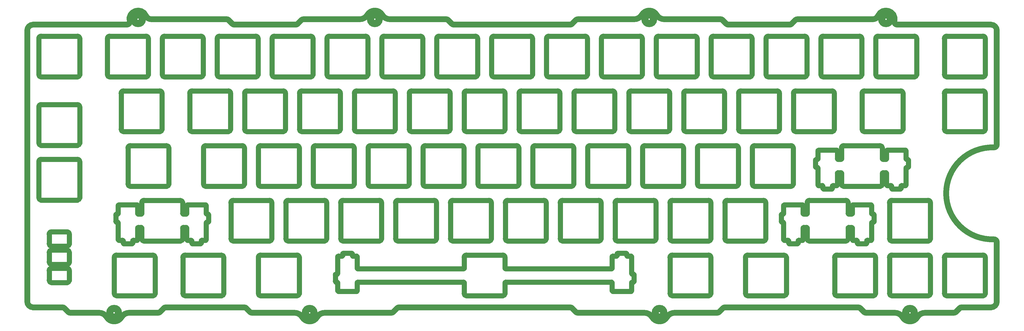
<source format=gbr>
%TF.GenerationSoftware,KiCad,Pcbnew,9.0.2*%
%TF.CreationDate,2025-09-12T12:40:56+09:00*%
%TF.ProjectId,CL70_Plate_6u,434c3730-5f50-46c6-9174-655f36752e6b,rev?*%
%TF.SameCoordinates,Original*%
%TF.FileFunction,Copper,L2,Bot*%
%TF.FilePolarity,Positive*%
%FSLAX46Y46*%
G04 Gerber Fmt 4.6, Leading zero omitted, Abs format (unit mm)*
G04 Created by KiCad (PCBNEW 9.0.2) date 2025-09-12 12:40:56*
%MOMM*%
%LPD*%
G01*
G04 APERTURE LIST*
%TA.AperFunction,NonConductor*%
%ADD10C,1.800000*%
%TD*%
%TA.AperFunction,NonConductor*%
%ADD11C,2.500000*%
%TD*%
%TA.AperFunction,NonConductor*%
%ADD12C,2.000000*%
%TD*%
G04 APERTURE END LIST*
D10*
X315881401Y-150119500D02*
X315881401Y-144244987D01*
X305700441Y-170369792D02*
X305700441Y-169567212D01*
X79543363Y-157070500D02*
G75*
G02*
X79743501Y-157275197I2J-200187D01*
G01*
X46249963Y-136362500D02*
G75*
G02*
X45450001Y-135562500I38J800000D01*
G01*
X322485646Y-174550000D02*
X335074963Y-174550000D01*
X212137501Y-130800000D02*
X212137501Y-118199992D01*
X244438425Y-184149292D02*
X244438501Y-184149292D01*
X196962501Y-112550000D02*
X184362463Y-112550000D01*
X277924963Y-174550000D02*
G75*
G02*
X278725049Y-175359302I-62J-800200D01*
G01*
X264525001Y-187950000D02*
X264525001Y-175349992D01*
X130287463Y-117400000D02*
G75*
G02*
X131087501Y-118209301I-98J-800188D01*
G01*
X122449963Y-150650000D02*
G75*
G02*
X121650001Y-149850000I38J800000D01*
G01*
X197762501Y-111749992D02*
G75*
G02*
X196962501Y-112550000I-800056J48D01*
G01*
X278725001Y-187949992D02*
G75*
G02*
X277925001Y-188750000I-800060J52D01*
G01*
X335350251Y-162899492D02*
G75*
G02*
X335150251Y-163099550I-200050J-8D01*
G01*
X159750001Y-149850000D02*
X159750001Y-137249992D01*
X89123146Y-98350000D02*
X101712463Y-98350000D01*
X95368751Y-165100592D02*
X95368751Y-168899992D01*
D11*
X258837501Y-92450000D02*
G75*
G02*
X255837501Y-92450000I-1500000J0D01*
G01*
X255837501Y-92450000D02*
G75*
G02*
X258837501Y-92450000I1500000J0D01*
G01*
D10*
X334724763Y-160300700D02*
X335150263Y-160300700D01*
X46260646Y-141212500D02*
X58849963Y-141212500D01*
X335075001Y-188750000D02*
X322474963Y-188750000D01*
D11*
X262409376Y-194650000D02*
G75*
G02*
X259409376Y-194650000I-1500000J0D01*
G01*
X259409376Y-194650000D02*
G75*
G02*
X262409376Y-194650000I1500000J0D01*
G01*
D10*
X207287501Y-175359301D02*
X207287501Y-179150941D01*
X265324963Y-188750000D02*
G75*
G02*
X264525001Y-187950000I38J800000D01*
G01*
D11*
X163587501Y-92450000D02*
G75*
G02*
X160587501Y-92450000I-1500000J0D01*
G01*
X160587501Y-92450000D02*
G75*
G02*
X163587501Y-92450000I1500000J0D01*
G01*
D10*
X135049963Y-136450000D02*
G75*
G02*
X135850001Y-137259301I-98J-800188D01*
G01*
D12*
X365082185Y-193042815D02*
X363767886Y-194357115D01*
D10*
X79943463Y-160300700D02*
G75*
G02*
X79743501Y-160100700I38J200000D01*
G01*
X245475001Y-156299992D02*
G75*
G02*
X246285646Y-155500000I800160J-99D01*
G01*
X230299863Y-136450000D02*
G75*
G02*
X231100000Y-137259301I1J-800188D01*
G01*
X255799963Y-150650000D02*
G75*
G02*
X255000001Y-149850000I38J800000D01*
G01*
X136748146Y-117400000D02*
X149337463Y-117400000D01*
X250988463Y-174880400D02*
G75*
G02*
X251188501Y-175085097I-97J-200186D01*
G01*
X82662501Y-112550000D02*
X70062463Y-112550000D01*
X49850063Y-172806330D02*
X49850063Y-172806250D01*
X139812463Y-98350000D02*
G75*
G02*
X140612501Y-99159301I-98J-800188D01*
G01*
X274860646Y-136450000D02*
X287449963Y-136450000D01*
X339681501Y-141050692D02*
G75*
G02*
X339481501Y-141250700I-200100J92D01*
G01*
X346431001Y-138225197D02*
X346431001Y-141050700D01*
D12*
X229848263Y-192750000D02*
G75*
G02*
X230552266Y-193039765I40J-999996D01*
G01*
D10*
X97837501Y-130800000D02*
X97837501Y-118199992D01*
X85843751Y-187949992D02*
G75*
G02*
X85043751Y-188750000I-800022J14D01*
G01*
X49050001Y-170662500D02*
X49050001Y-167262492D01*
D12*
X116738763Y-192750000D02*
X89557093Y-192750000D01*
D10*
X347256501Y-143849492D02*
G75*
G02*
X347056501Y-144049500I-200100J92D01*
G01*
X330312501Y-112550000D02*
X317712463Y-112550000D01*
X95456251Y-175349992D02*
G75*
G02*
X96261919Y-174550000I800012J0D01*
G01*
X112037501Y-130799992D02*
G75*
G02*
X111237501Y-131600000I-800056J48D01*
G01*
X72993901Y-160100692D02*
X72993901Y-157270592D01*
X73199254Y-157070500D02*
X79543363Y-157070500D01*
X222462463Y-112550000D02*
G75*
G02*
X221662501Y-111750000I38J800000D01*
G01*
D12*
X306755386Y-94057115D02*
G75*
G02*
X306048287Y-94349961I-707085J707215D01*
G01*
X342628863Y-194650000D02*
X332589263Y-194650000D01*
D10*
X59650001Y-142021801D02*
X59650001Y-154612492D01*
X312150001Y-160100692D02*
X312150001Y-156300092D01*
X346431001Y-150119492D02*
G75*
G02*
X346231001Y-150319500I-200100J92D01*
G01*
X249462415Y-174099292D02*
X249462501Y-174099292D01*
D12*
X331876928Y-194351928D02*
X330564766Y-193039765D01*
D10*
X278812501Y-111750000D02*
X278812501Y-99150092D01*
X127223146Y-98350000D02*
X139812463Y-98350000D01*
X255000001Y-149850000D02*
X255000001Y-137249992D01*
X264437501Y-118209301D02*
X264437501Y-130799992D01*
X108856251Y-188750000D02*
X96256263Y-188750000D01*
X251188501Y-184149192D02*
X251188501Y-186979392D01*
X346630963Y-141250700D02*
G75*
G02*
X346431001Y-141050700I38J200000D01*
G01*
X155787463Y-131600000D02*
G75*
G02*
X154987501Y-130800000I38J800000D01*
G01*
X49050001Y-167262492D02*
G75*
G02*
X49860646Y-166462500I800160J-99D01*
G01*
X346431001Y-144249592D02*
X346431001Y-150119492D01*
X135850001Y-175359301D02*
X135850001Y-187949992D01*
X277925001Y-169700000D02*
X265324963Y-169700000D01*
X354125001Y-169700000D02*
X341524963Y-169700000D01*
D12*
X342628863Y-194650000D02*
G75*
G02*
X345226964Y-196149977I38J-3000000D01*
G01*
D10*
X241523146Y-98350000D02*
X254112463Y-98350000D01*
X249349963Y-136450000D02*
G75*
G02*
X250150001Y-137259301I-98J-800188D01*
G01*
X188325001Y-156299992D02*
G75*
G02*
X189135646Y-155500000I800160J-99D01*
G01*
X235950001Y-137249992D02*
G75*
G02*
X236760646Y-136450000I800160J-99D01*
G01*
X131087501Y-118209301D02*
X131087501Y-130799992D01*
D12*
X84495063Y-92450000D02*
G75*
G02*
X82662046Y-91250000I40J2000041D01*
G01*
D10*
X81168751Y-168899992D02*
X81168751Y-165100592D01*
X107362501Y-99149992D02*
G75*
G02*
X108173146Y-98350000I800160J-99D01*
G01*
X74025001Y-130800000D02*
X74025001Y-118200092D01*
X327975263Y-169369500D02*
G75*
G02*
X327775301Y-169169492I38J200000D01*
G01*
X339481363Y-145850600D02*
G75*
G02*
X339681545Y-146046086I38J-200200D01*
G01*
X354925001Y-175359301D02*
X354925001Y-187949992D01*
X339881463Y-150319500D02*
G75*
G02*
X339681501Y-150119500I38J200000D01*
G01*
X188325001Y-168900000D02*
X188325001Y-156299992D01*
X254112463Y-98350000D02*
G75*
G02*
X254912501Y-99159301I-98J-800188D01*
G01*
X244438501Y-179149392D02*
G75*
G02*
X244238501Y-179349360I-199989J21D01*
G01*
X130287501Y-131600000D02*
X117687463Y-131600000D01*
X179610646Y-136450000D02*
X192199963Y-136450000D01*
X304118763Y-174550000D02*
G75*
G02*
X304918801Y-175349992I38J-800000D01*
G01*
X207375001Y-168900000D02*
X207375001Y-156299992D01*
X193087501Y-130800000D02*
X193087501Y-118199992D01*
X103743463Y-160300700D02*
X104168863Y-160300700D01*
X341405401Y-151319800D02*
X341405401Y-150514987D01*
D12*
X134269463Y-194650000D02*
X119467363Y-194650000D01*
X76989424Y-93125000D02*
G75*
G02*
X76015063Y-94349991I-974360J-224992D01*
G01*
D10*
X78018201Y-169569492D02*
G75*
G02*
X78212972Y-169369500I200167J-102D01*
G01*
D12*
X343409963Y-94350000D02*
X375974963Y-94350000D01*
D10*
X320705701Y-151519800D02*
X317806663Y-151519800D01*
X335150263Y-160300700D02*
G75*
G02*
X335350301Y-160500692I38J-200000D01*
G01*
X221662501Y-111750000D02*
X221662501Y-99149992D01*
X46249963Y-155412500D02*
G75*
G02*
X45450001Y-154612500I38J800000D01*
G01*
X255810646Y-136450000D02*
X268399963Y-136450000D01*
X338256251Y-146050592D02*
G75*
G02*
X338453435Y-145850571I200050J-8D01*
G01*
X317806663Y-151519800D02*
G75*
G02*
X317606701Y-151319800I38J200000D01*
G01*
D12*
X66403863Y-194650000D02*
X56364263Y-194650000D01*
D10*
X293012501Y-111749992D02*
G75*
G02*
X292212501Y-112550000I-800100J92D01*
G01*
X360574963Y-188750000D02*
G75*
G02*
X359775001Y-187950000I38J800000D01*
G01*
D12*
X377974980Y-170065292D02*
X377975001Y-170065292D01*
D10*
X59650001Y-154612492D02*
G75*
G02*
X58850001Y-155412500I-800056J48D01*
G01*
X259762501Y-99149992D02*
G75*
G02*
X260573146Y-98349999I800160J-98D01*
G01*
X211250001Y-150650000D02*
X198649963Y-150650000D01*
X338256251Y-149849992D02*
G75*
G02*
X337456251Y-150650050I-800050J-8D01*
G01*
X83462501Y-111749992D02*
G75*
G02*
X82662501Y-112550000I-800056J48D01*
G01*
X193887463Y-188750000D02*
G75*
G02*
X193087501Y-187950000I38J800000D01*
G01*
X74824963Y-131600000D02*
G75*
G02*
X74025001Y-130800000I38J800000D01*
G01*
X49850063Y-172806250D02*
X55249963Y-172806250D01*
X96794001Y-160100692D02*
G75*
G02*
X96594001Y-160300700I-200058J50D01*
G01*
X101818301Y-169569492D02*
X101818301Y-170369792D01*
X327775251Y-160100692D02*
X327775251Y-157270492D01*
D12*
X168505386Y-194357115D02*
G75*
G02*
X167798287Y-194650000I-707120J707166D01*
G01*
D10*
X101818301Y-169569492D02*
G75*
G02*
X102013072Y-169369500I200167J-102D01*
G01*
X341535646Y-155500000D02*
X354124963Y-155500000D01*
X321587501Y-118209301D02*
X321587501Y-130799992D01*
X334524751Y-169169492D02*
G75*
G02*
X334324751Y-169369550I-200050J-8D01*
G01*
X231987463Y-131600000D02*
G75*
G02*
X231187501Y-130800000I38J800000D01*
G01*
D12*
X41450001Y-190750000D02*
X41450001Y-96350012D01*
D10*
X251188501Y-184149192D02*
G75*
G02*
X251388463Y-183949230I199964J-2D01*
G01*
X346431001Y-144249592D02*
G75*
G02*
X346625771Y-144049474I200200J-8D01*
G01*
X116000001Y-150650000D02*
X103399963Y-150650000D01*
X79743501Y-165100592D02*
X79743501Y-169169492D01*
X322430963Y-138020500D02*
G75*
G02*
X322631050Y-138225198I-62J-200200D01*
G01*
X169275001Y-156299992D02*
G75*
G02*
X170085646Y-155500000I800160J-99D01*
G01*
D11*
X81412501Y-92450000D02*
G75*
G02*
X78412501Y-92450000I-1500000J0D01*
G01*
X78412501Y-92450000D02*
G75*
G02*
X81412501Y-92450000I1500000J0D01*
G01*
D10*
X324056251Y-149849992D02*
X324056251Y-146050592D01*
X202612501Y-99149992D02*
G75*
G02*
X203423146Y-98350000I800160J-99D01*
G01*
X334324751Y-169369500D02*
X332996735Y-169369500D01*
X45450001Y-122962492D02*
G75*
G02*
X46260646Y-122162500I800160J-99D01*
G01*
D11*
X73100001Y-194650000D02*
G75*
G02*
X70100001Y-194650000I-1500000J0D01*
G01*
X70100001Y-194650000D02*
G75*
G02*
X73100001Y-194650000I1500000J0D01*
G01*
D12*
X230555386Y-94057115D02*
G75*
G02*
X229848287Y-94350000I-707120J707166D01*
G01*
D10*
X112037501Y-118209301D02*
X112037501Y-130799992D01*
X108162463Y-112550000D02*
G75*
G02*
X107362501Y-111750000I38J800000D01*
G01*
X315055931Y-141450692D02*
G75*
G02*
X315255931Y-141250630I200070J-8D01*
G01*
X212050001Y-149849992D02*
G75*
G02*
X211250001Y-150650000I-800056J48D01*
G01*
X78018201Y-169569492D02*
X78018201Y-170369792D01*
X251037463Y-131600000D02*
G75*
G02*
X250237501Y-130800000I38J800000D01*
G01*
D12*
X308069685Y-92742815D02*
G75*
G02*
X308783733Y-92450017I706916J-706885D01*
G01*
X56364263Y-194650000D02*
G75*
G02*
X55651928Y-194351928I115J1000482D01*
G01*
D10*
X305700455Y-170369792D02*
X305700441Y-170369792D01*
X89806251Y-150650000D02*
X77206263Y-150650000D01*
X324861919Y-136450000D02*
X337456263Y-136450000D01*
X288337501Y-130800000D02*
X288337501Y-118199992D01*
X269200001Y-137259301D02*
X269200001Y-149849992D01*
X89112463Y-112550000D02*
G75*
G02*
X88312501Y-111750000I38J800000D01*
G01*
X246274963Y-169700000D02*
G75*
G02*
X245475001Y-168900000I38J800000D01*
G01*
X94568763Y-155500000D02*
G75*
G02*
X95368751Y-156299992I4J-799984D01*
G01*
X102512501Y-99159301D02*
X102512501Y-111749992D01*
X278725001Y-156309301D02*
X278725001Y-168899992D01*
X76406251Y-137249992D02*
G75*
G02*
X77211919Y-136450000I800012J0D01*
G01*
X316912501Y-111750000D02*
X316912501Y-99149992D01*
X315055955Y-143849492D02*
X315055931Y-143849492D01*
X155938501Y-184149192D02*
X155938501Y-186979392D01*
X74835646Y-117400000D02*
X87424963Y-117400000D01*
X331200001Y-118199992D02*
G75*
G02*
X332010646Y-117399968I800200J-108D01*
G01*
X149337501Y-131600000D02*
X136737463Y-131600000D01*
X307387501Y-130800000D02*
X307387501Y-118199992D01*
X251188501Y-186979392D02*
G75*
G02*
X250988463Y-187179430I-200039J1D01*
G01*
X189124963Y-169700000D02*
G75*
G02*
X188325001Y-168900000I38J800000D01*
G01*
X216012463Y-98350000D02*
G75*
G02*
X216812501Y-99159301I-98J-800188D01*
G01*
X227235646Y-155500000D02*
X239824963Y-155500000D01*
X310924763Y-160300700D02*
X311950001Y-160300700D01*
X273962501Y-111749992D02*
G75*
G02*
X273162501Y-112550000I-800060J52D01*
G01*
X168387463Y-117400000D02*
G75*
G02*
X169187501Y-118209301I-98J-800188D01*
G01*
X216812501Y-111749992D02*
G75*
G02*
X216012501Y-112550000I-800056J48D01*
G01*
X159662501Y-111749992D02*
G75*
G02*
X158862501Y-112550000I-800056J48D01*
G01*
X173149963Y-136450000D02*
G75*
G02*
X173950001Y-137259301I-98J-800188D01*
G01*
X187437463Y-117400000D02*
G75*
G02*
X188237501Y-118209301I-98J-800188D01*
G01*
X341535646Y-174550000D02*
X354124963Y-174550000D01*
X177912463Y-98350000D02*
G75*
G02*
X178712501Y-99159301I-98J-800188D01*
G01*
X131974963Y-169700000D02*
G75*
G02*
X131175001Y-168900000I38J800000D01*
G01*
X148566563Y-181150470D02*
X148988501Y-181150470D01*
X283575001Y-156299992D02*
G75*
G02*
X284385646Y-155499968I800200J-108D01*
G01*
X283487501Y-118209301D02*
X283487501Y-130799992D01*
X45450001Y-99149992D02*
G75*
G02*
X46260646Y-98350000I800160J-99D01*
G01*
X241512463Y-112550000D02*
G75*
G02*
X240712501Y-111750000I38J800000D01*
G01*
X116800001Y-149849992D02*
G75*
G02*
X116000001Y-150650000I-800056J48D01*
G01*
X146262463Y-112550000D02*
G75*
G02*
X145462501Y-111750000I38J800000D01*
G01*
D12*
X142063702Y-196150000D02*
G75*
G02*
X136867550Y-196150000I-2598076J1500000D01*
G01*
D10*
X254912501Y-111749992D02*
G75*
G02*
X254112501Y-112550000I-800056J48D01*
G01*
X150225001Y-168900000D02*
X150225001Y-156299992D01*
X101712501Y-112550000D02*
X89112463Y-112550000D01*
X346231001Y-150319500D02*
X344900572Y-150319500D01*
X244238463Y-183949230D02*
G75*
G02*
X244438425Y-184149292I0J-199962D01*
G01*
X72793863Y-163099500D02*
G75*
G02*
X72993901Y-163294987I-100J-200193D01*
G01*
X154212415Y-174099292D02*
X154212501Y-174099292D01*
D12*
X110648263Y-92450000D02*
G75*
G02*
X111358590Y-92746089I40J-999997D01*
G01*
D10*
X235062463Y-98350000D02*
G75*
G02*
X235862501Y-99159301I-98J-800188D01*
G01*
D12*
X189576863Y-94350000D02*
G75*
G02*
X188874626Y-94062126I14J1000486D01*
G01*
X336762955Y-91250000D02*
G75*
G02*
X342435578Y-93125000I2749546J-1200000D01*
G01*
D10*
X278725001Y-175359301D02*
X278725001Y-187949992D01*
D12*
X41450001Y-96350012D02*
G75*
G02*
X43450013Y-94350000I2000012J0D01*
G01*
D10*
X222473146Y-98350000D02*
X235062463Y-98350000D01*
X331999963Y-131600000D02*
G75*
G02*
X331200001Y-130800000I38J800000D01*
G01*
X250237501Y-130800000D02*
X250237501Y-118200092D01*
X103543501Y-157275197D02*
X103543501Y-160100700D01*
X373975001Y-118209301D02*
X373975001Y-130799992D01*
X322474963Y-188750000D02*
G75*
G02*
X321675001Y-187950000I38J800000D01*
G01*
X255000001Y-137249992D02*
G75*
G02*
X255810646Y-136450000I800160J-99D01*
G01*
X349362463Y-98350000D02*
G75*
G02*
X350162549Y-99159302I-62J-800200D01*
G01*
X178712501Y-99159301D02*
X178712501Y-111749992D01*
X177912501Y-112550000D02*
X165312463Y-112550000D01*
X244438501Y-186973980D02*
X244438501Y-184149292D01*
X244587501Y-131600000D02*
X231987463Y-131600000D01*
X74919163Y-170569800D02*
G75*
G02*
X74719191Y-170369800I45J200017D01*
G01*
X226425001Y-168900000D02*
X226425001Y-156299992D01*
X327775251Y-160100692D02*
G75*
G02*
X327575251Y-160300750I-200050J-8D01*
G01*
X334324763Y-157070500D02*
G75*
G02*
X334524801Y-157270492I38J-200000D01*
G01*
X197762501Y-99159301D02*
X197762501Y-111749992D01*
X263637501Y-131600000D02*
X251037463Y-131600000D01*
X165323146Y-98350000D02*
X177912463Y-98350000D01*
X329699163Y-170569800D02*
G75*
G02*
X329499201Y-170369792I38J200000D01*
G01*
X102512501Y-111749992D02*
G75*
G02*
X101712501Y-112550000I-800056J48D01*
G01*
X296974863Y-155500000D02*
G75*
G02*
X297775049Y-156309302I38J-800200D01*
G01*
X277925001Y-188750000D02*
X265324963Y-188750000D01*
X193000001Y-149849992D02*
G75*
G02*
X192200001Y-150650000I-800056J48D01*
G01*
X145375001Y-156309301D02*
X145375001Y-168899992D01*
D12*
X329860763Y-192750000D02*
G75*
G02*
X330564766Y-193039765I38J-1000000D01*
G01*
D10*
X324856263Y-150650000D02*
G75*
G02*
X324056301Y-149849992I38J800000D01*
G01*
X331112501Y-111749992D02*
G75*
G02*
X330312501Y-112550000I-800100J92D01*
G01*
X116887501Y-118199992D02*
G75*
G02*
X117698146Y-117400000I800160J-99D01*
G01*
X331112501Y-99159301D02*
X331112501Y-111749992D01*
X329299163Y-169369500D02*
G75*
G02*
X329499201Y-169569492I38J-200000D01*
G01*
X245387501Y-118209301D02*
X245387501Y-130799992D01*
X81974419Y-155500000D02*
X94568763Y-155500000D01*
X346230963Y-138020500D02*
G75*
G02*
X346431050Y-138225198I-62J-200200D01*
G01*
X203423146Y-98350000D02*
X216012463Y-98350000D01*
X159662501Y-99159301D02*
X159662501Y-111749992D01*
D12*
X169819685Y-193042815D02*
X168505386Y-194357115D01*
D10*
X329499151Y-170369792D02*
X329499151Y-169569492D01*
X202525001Y-168899992D02*
G75*
G02*
X201725001Y-169700000I-800056J48D01*
G01*
X148562363Y-183949230D02*
G75*
G02*
X148362500Y-183743780I97J200033D01*
G01*
X207375001Y-156299992D02*
G75*
G02*
X208185646Y-155500000I800160J-99D01*
G01*
X121562501Y-99159301D02*
X121562501Y-111749992D01*
X49849963Y-171462500D02*
G75*
G02*
X49050001Y-170662500I38J800000D01*
G01*
X264525001Y-175349992D02*
G75*
G02*
X265335646Y-174549999I800160J-98D01*
G01*
X148988463Y-183949230D02*
X148562363Y-183949230D01*
D12*
X350423077Y-196150000D02*
G75*
G02*
X345226925Y-196150000I-2598076J1500000D01*
G01*
D10*
X127212463Y-112550000D02*
G75*
G02*
X126412501Y-111750000I38J800000D01*
G01*
X49050001Y-183350000D02*
X49050001Y-179949992D01*
X58849963Y-122162500D02*
G75*
G02*
X59650001Y-122971801I-98J-800188D01*
G01*
X273162501Y-112550000D02*
X260562463Y-112550000D01*
X206487501Y-131600000D02*
X193887463Y-131600000D01*
D12*
X281614774Y-194357102D02*
G75*
G02*
X280907663Y-194649973I-707073J707102D01*
G01*
D10*
X227224963Y-169700000D02*
G75*
G02*
X226425001Y-168900000I38J800000D01*
G01*
X303775163Y-163099500D02*
G75*
G02*
X303975201Y-163299492I38J-200000D01*
G01*
D12*
X167283663Y-92450000D02*
G75*
G02*
X164685577Y-90950000I4J3000023D01*
G01*
X363060787Y-194650000D02*
X353012678Y-194650000D01*
D10*
X145462501Y-111750000D02*
X145462501Y-99149992D01*
X187437501Y-131600000D02*
X174837463Y-131600000D01*
X55250001Y-171462500D02*
X49849963Y-171462500D01*
X321675001Y-187950000D02*
X321675001Y-175349992D01*
D12*
X308783733Y-92450000D02*
X334929863Y-92450000D01*
X74198077Y-196150000D02*
G75*
G02*
X76787678Y-194650000I2598086J-1499992D01*
G01*
X135305386Y-94057115D02*
X136619685Y-92742815D01*
D10*
X293012501Y-99159301D02*
X293012501Y-111749992D01*
X96593963Y-164900600D02*
X95565935Y-164900600D01*
X77818201Y-170569800D02*
X74919163Y-170569800D01*
X308999451Y-169569492D02*
X308999451Y-170369792D01*
X373975001Y-175359301D02*
X373975001Y-187949992D01*
X360574963Y-112550000D02*
G75*
G02*
X359775001Y-111750000I38J800000D01*
G01*
X88225001Y-118209301D02*
X88225001Y-130799992D01*
D12*
X365082185Y-193042815D02*
G75*
G02*
X365782093Y-192750016I706916J-706885D01*
G01*
D10*
X188237501Y-118209301D02*
X188237501Y-130799992D01*
X135850001Y-149849992D02*
G75*
G02*
X135050001Y-150650000I-800056J48D01*
G01*
X103399963Y-150650000D02*
G75*
G02*
X102600001Y-149850000I38J800000D01*
G01*
X58850001Y-112550000D02*
X46249963Y-112550000D01*
D12*
X282098263Y-92450000D02*
G75*
G02*
X282808590Y-92746089I38J-1000000D01*
G01*
D10*
X251188501Y-175085097D02*
X251188501Y-180953021D01*
D12*
X377975001Y-190749992D02*
G75*
G02*
X375975001Y-192750000I-2000100J92D01*
G01*
D10*
X320787501Y-131600000D02*
X308187463Y-131600000D01*
X335875001Y-187949992D02*
G75*
G02*
X335075001Y-188750000I-800100J92D01*
G01*
X315881401Y-141050692D02*
X315881401Y-138220492D01*
X174848146Y-117400000D02*
X187437463Y-117400000D01*
X145375001Y-168899992D02*
G75*
G02*
X144575001Y-169700000I-800056J48D01*
G01*
X293100001Y-137250092D02*
G75*
G02*
X293910646Y-136449968I800200J-8D01*
G01*
X70073146Y-98350000D02*
X82662363Y-98350000D01*
X103343501Y-169369500D02*
X102013072Y-169369500D01*
X90606251Y-137249992D02*
X90606251Y-149849992D01*
X260562463Y-112550000D02*
G75*
G02*
X259762501Y-111750000I38J800000D01*
G01*
D12*
X284826863Y-94350000D02*
X306048287Y-94350000D01*
D10*
X322830963Y-141250700D02*
X323856251Y-141250700D01*
D12*
X262533663Y-92450000D02*
X282098263Y-92450000D01*
D10*
X88312501Y-99149992D02*
G75*
G02*
X89123146Y-98350000I800160J-99D01*
G01*
X344705801Y-150519592D02*
G75*
G02*
X344900571Y-150319474I200200J-8D01*
G01*
X101818301Y-170369792D02*
G75*
G02*
X101618301Y-170569800I-200058J50D01*
G01*
X104169001Y-163099500D02*
X103738272Y-163099500D01*
X173150001Y-150650000D02*
X160549963Y-150650000D01*
X207287501Y-184149192D02*
G75*
G02*
X207487463Y-183949230I199964J-2D01*
G01*
X325550001Y-169700000D02*
X312949963Y-169700000D01*
X273162463Y-98350000D02*
G75*
G02*
X273962549Y-99159302I-62J-800200D01*
G01*
X244438501Y-175080392D02*
G75*
G02*
X244643854Y-174880399I200158J-98D01*
G01*
X207487463Y-179349360D02*
X244238501Y-179349360D01*
X46260646Y-98350000D02*
X58849863Y-98350000D01*
X315881401Y-138220492D02*
G75*
G02*
X316086755Y-138020466I200200J-108D01*
G01*
X212948146Y-117400000D02*
X225537463Y-117400000D01*
X269287501Y-130800000D02*
X269287501Y-118199992D01*
X154099963Y-136450000D02*
G75*
G02*
X154900001Y-137259301I-98J-800188D01*
G01*
X193087501Y-179149392D02*
G75*
G02*
X192887501Y-179349360I-199989J21D01*
G01*
X72449419Y-174550000D02*
X85043763Y-174550000D01*
X140612501Y-99159301D02*
X140612501Y-111749992D01*
X77206263Y-150650000D02*
G75*
G02*
X76406251Y-149849992I3J800015D01*
G01*
D11*
X140965626Y-194650000D02*
G75*
G02*
X137965626Y-194650000I-1500000J0D01*
G01*
X137965626Y-194650000D02*
G75*
G02*
X140965626Y-194650000I1500000J0D01*
G01*
D10*
X344599963Y-117400000D02*
G75*
G02*
X345400049Y-118209302I-62J-800200D01*
G01*
X304118751Y-188750000D02*
X291518763Y-188750000D01*
X310924763Y-160300700D02*
G75*
G02*
X310724801Y-160100692I38J200000D01*
G01*
X79743501Y-169169492D02*
G75*
G02*
X79543501Y-169369500I-200058J50D01*
G01*
X310724751Y-169169492D02*
G75*
G02*
X310524751Y-169369550I-200050J-8D01*
G01*
X112935646Y-155500000D02*
X125524863Y-155500000D01*
D12*
X255713263Y-194650000D02*
X232576763Y-194650000D01*
D10*
X303975151Y-169169492D02*
X303975151Y-163299492D01*
X103343363Y-157070500D02*
G75*
G02*
X103543501Y-157275197I2J-200187D01*
G01*
X235862501Y-111749992D02*
G75*
G02*
X235062501Y-112550000I-800056J48D01*
G01*
X321675001Y-175349992D02*
G75*
G02*
X322485646Y-174549968I800200J-108D01*
G01*
X197850001Y-149850000D02*
X197850001Y-137249992D01*
X317406563Y-150319500D02*
G75*
G02*
X317606735Y-150514571I38J-200200D01*
G01*
X55249963Y-179150000D02*
G75*
G02*
X56050001Y-179959301I-98J-800188D01*
G01*
X109656251Y-175349992D02*
X109656251Y-187949992D01*
X149188501Y-186973980D02*
X149188501Y-184149292D01*
X322631001Y-150119492D02*
G75*
G02*
X322431001Y-150319500I-200100J92D01*
G01*
X184362463Y-112550000D02*
G75*
G02*
X183562501Y-111750000I38J800000D01*
G01*
X303149681Y-162896330D02*
X303149681Y-160500692D01*
X96794001Y-169169500D02*
X96794001Y-165096087D01*
X160549963Y-150650000D02*
G75*
G02*
X159750001Y-149850000I38J800000D01*
G01*
X104369001Y-160505397D02*
X104369001Y-162899492D01*
X293899963Y-150650000D02*
G75*
G02*
X293100001Y-149850000I38J800000D01*
G01*
X173950001Y-149849992D02*
G75*
G02*
X173150001Y-150650000I-800056J48D01*
G01*
X308187463Y-131600000D02*
G75*
G02*
X307387501Y-130800000I38J800000D01*
G01*
D12*
X137333733Y-92450000D02*
X156891348Y-92450000D01*
D10*
X332799551Y-170369792D02*
G75*
G02*
X332599551Y-170569850I-200050J-8D01*
G01*
X197850001Y-137249992D02*
G75*
G02*
X198660646Y-136450000I800160J-99D01*
G01*
X284374963Y-169700000D02*
G75*
G02*
X283575001Y-168900000I38J800000D01*
G01*
X154212501Y-174099292D02*
X154212501Y-174680400D01*
X122449963Y-188750000D02*
G75*
G02*
X121650001Y-187950000I38J800000D01*
G01*
X96993963Y-169369500D02*
G75*
G02*
X96794001Y-169169500I38J200000D01*
G01*
X244438501Y-179149392D02*
X244438501Y-175080392D01*
X305500463Y-169369500D02*
X304175163Y-169369500D01*
X341205263Y-150319500D02*
G75*
G02*
X341405445Y-150514986I38J-200200D01*
G01*
X178800001Y-149850000D02*
X178800001Y-137249992D01*
X149337463Y-117400000D02*
G75*
G02*
X150137501Y-118209301I-98J-800188D01*
G01*
X155738463Y-174880400D02*
G75*
G02*
X155938501Y-175085097I-97J-200186D01*
G01*
X308999451Y-169569492D02*
G75*
G02*
X309196635Y-169369471I200050J-8D01*
G01*
D12*
X167798287Y-194650000D02*
X144661778Y-194650000D01*
X363767886Y-194357115D02*
G75*
G02*
X363060787Y-194649961I-707085J707215D01*
G01*
D10*
X112125001Y-168900000D02*
X112125001Y-156299992D01*
X324056251Y-141050692D02*
X324056251Y-137249992D01*
X340725001Y-175349992D02*
G75*
G02*
X341535646Y-174549968I800200J-108D01*
G01*
X250150001Y-149849992D02*
G75*
G02*
X249350001Y-150650000I-800056J48D01*
G01*
X330312463Y-98350000D02*
G75*
G02*
X331112549Y-99159302I-62J-800200D01*
G01*
X273962501Y-99159301D02*
X273962501Y-111749992D01*
X78018201Y-170369792D02*
G75*
G02*
X77818201Y-170569800I-200058J50D01*
G01*
X55238893Y-177806250D02*
X49849963Y-177806250D01*
X140612501Y-111749992D02*
G75*
G02*
X139812501Y-112550000I-800056J48D01*
G01*
X326350001Y-156309301D02*
X326350001Y-160100700D01*
X146273146Y-98350000D02*
X158862463Y-98350000D01*
D12*
X87542886Y-194357115D02*
G75*
G02*
X86835787Y-194650000I-707120J707166D01*
G01*
D10*
X112125001Y-156299992D02*
G75*
G02*
X112935646Y-155500000I800160J-99D01*
G01*
X345400001Y-118209301D02*
X345400001Y-130799992D01*
X312062501Y-99159301D02*
X312062501Y-111749992D01*
X304177991Y-157070500D02*
X310524763Y-157070500D01*
X206487463Y-174550000D02*
G75*
G02*
X207287501Y-175359301I-98J-800188D01*
G01*
X287449963Y-136450000D02*
G75*
G02*
X288250049Y-137259302I-62J-800200D01*
G01*
X339681501Y-150119500D02*
X339681501Y-146046087D01*
X322631001Y-138225197D02*
X322631001Y-141050700D01*
X77211919Y-136450000D02*
X89806263Y-136450000D01*
X311949963Y-164900600D02*
X310921935Y-164900600D01*
X231998146Y-117400000D02*
X244587463Y-117400000D01*
D12*
X113376863Y-94350000D02*
G75*
G02*
X112674626Y-94062126I14J1000486D01*
G01*
D10*
X259675001Y-168899992D02*
G75*
G02*
X258875001Y-169700000I-800060J52D01*
G01*
X249462501Y-174099292D02*
X249462501Y-174680400D01*
X82662363Y-98350000D02*
G75*
G02*
X83462500Y-99159301I1J-800188D01*
G01*
X125525001Y-169700000D02*
X112924963Y-169700000D01*
X344505801Y-151519800D02*
X341605363Y-151519800D01*
X98317863Y-169369500D02*
G75*
G02*
X98517901Y-169564987I-100J-200193D01*
G01*
X335350251Y-160500692D02*
X335350251Y-162899492D01*
X344600001Y-131600000D02*
X331999963Y-131600000D01*
X298662463Y-112550000D02*
G75*
G02*
X297862501Y-111750000I38J800000D01*
G01*
X226337501Y-130799992D02*
G75*
G02*
X225537501Y-131600000I-800056J48D01*
G01*
X360585646Y-98350000D02*
X373174963Y-98350000D01*
X116800001Y-137259301D02*
X116800001Y-149849992D01*
X144575001Y-169700000D02*
X131974963Y-169700000D01*
X198660646Y-136450000D02*
X211249963Y-136450000D01*
X322830963Y-141250700D02*
G75*
G02*
X322631001Y-141050700I38J200000D01*
G01*
X347056501Y-144049500D02*
X346625772Y-144049500D01*
X79743501Y-157275197D02*
X79743501Y-160100700D01*
X192887463Y-183949230D02*
G75*
G02*
X193087425Y-184149292I0J-199962D01*
G01*
X55250001Y-184150000D02*
X49849963Y-184150000D01*
X55249963Y-172806250D02*
G75*
G02*
X56050001Y-173606292I2J-800036D01*
G01*
X83462501Y-99159301D02*
X83462501Y-111749992D01*
X117698146Y-117400000D02*
X130287463Y-117400000D01*
X293910646Y-136450000D02*
X306499963Y-136450000D01*
X326350001Y-165100592D02*
G75*
G02*
X326544771Y-164900574I200200J-108D01*
G01*
X306500001Y-150650000D02*
X293899963Y-150650000D01*
X72993901Y-157270592D02*
G75*
G02*
X73199254Y-157070499I200158J2D01*
G01*
X306499963Y-136450000D02*
G75*
G02*
X307300049Y-137259302I-62J-800200D01*
G01*
X290718751Y-175349992D02*
G75*
G02*
X291524419Y-174549970I800050J-8D01*
G01*
D12*
X231869685Y-92742815D02*
G75*
G02*
X232583733Y-92450000I706924J-706847D01*
G01*
D10*
X347056463Y-141250700D02*
G75*
G02*
X347256550Y-141455398I-62J-200200D01*
G01*
D12*
X231864428Y-194351928D02*
X230552266Y-193039765D01*
D10*
X347256501Y-141455397D02*
X347256501Y-143849492D01*
X103543501Y-163299492D02*
G75*
G02*
X103738272Y-163099500I200167J-102D01*
G01*
X46249963Y-112550000D02*
G75*
G02*
X45450001Y-111750000I38J800000D01*
G01*
X97837501Y-118199992D02*
G75*
G02*
X98648146Y-117400000I800160J-99D01*
G01*
X216012501Y-112550000D02*
X203412463Y-112550000D01*
X338256251Y-146050592D02*
X338256251Y-149849992D01*
X149188501Y-180950492D02*
X149188501Y-175080392D01*
X56050001Y-170662492D02*
G75*
G02*
X55250001Y-171462500I-800056J48D01*
G01*
X108856263Y-174550000D02*
G75*
G02*
X109656251Y-175349992I4J-799984D01*
G01*
X69262501Y-99149992D02*
G75*
G02*
X70073146Y-98350000I800160J-99D01*
G01*
X336773146Y-98350000D02*
X349362463Y-98350000D01*
X173950001Y-137259301D02*
X173950001Y-149849992D01*
X244638363Y-187179430D02*
G75*
G02*
X244438500Y-186973980I97J200033D01*
G01*
X246162501Y-174099192D02*
G75*
G02*
X246364462Y-173899240I199963J-1D01*
G01*
X301737501Y-131600000D02*
X289137463Y-131600000D01*
X98317863Y-169369500D02*
X96993963Y-169369500D01*
X109656251Y-187949992D02*
G75*
G02*
X108856251Y-188750000I-800022J14D01*
G01*
X335875001Y-175359301D02*
X335875001Y-187949992D01*
D12*
X230555386Y-94057115D02*
X231869685Y-92742815D01*
D10*
X155738463Y-187179430D02*
X149388363Y-187179430D01*
X45450001Y-142012492D02*
G75*
G02*
X46260646Y-141212500I800160J-99D01*
G01*
X74519063Y-169369500D02*
G75*
G02*
X74719191Y-169564572I-1J-200195D01*
G01*
X290718751Y-187949992D02*
X290718751Y-175349992D01*
X150912501Y-174680392D02*
X150912501Y-174099192D01*
X320905701Y-150519592D02*
X320905701Y-151319792D01*
X293100001Y-149850000D02*
X293100001Y-137250092D01*
X101618301Y-170569800D02*
X98717863Y-170569800D01*
X155938501Y-186979392D02*
G75*
G02*
X155738463Y-187179430I-200039J1D01*
G01*
X308999451Y-170369792D02*
G75*
G02*
X308799451Y-170569850I-200050J-8D01*
G01*
X249262363Y-173899240D02*
G75*
G02*
X249462415Y-174099292I99J-199953D01*
G01*
X297775001Y-156309301D02*
X297775001Y-168899992D01*
X297862501Y-111750000D02*
X297862501Y-99149992D01*
D12*
X255713263Y-194650000D02*
G75*
G02*
X258311299Y-196150000I-20J-2999965D01*
G01*
D10*
X155938501Y-175085097D02*
X155938501Y-179150941D01*
X202612501Y-111750000D02*
X202612501Y-99149992D01*
X58850001Y-136362500D02*
X46249963Y-136362500D01*
X49050001Y-173606392D02*
G75*
G02*
X49850063Y-172806330I799960J102D01*
G01*
X298673146Y-98350000D02*
X311262463Y-98350000D01*
X354124963Y-174550000D02*
G75*
G02*
X354925049Y-175359302I-62J-800200D01*
G01*
X239824963Y-155500000D02*
G75*
G02*
X240625001Y-156309301I-98J-800188D01*
G01*
D12*
X282928973Y-193042902D02*
G75*
G02*
X283628952Y-192750017I707128J-707098D01*
G01*
X136619685Y-92742815D02*
G75*
G02*
X137333733Y-92450000I706924J-706847D01*
G01*
X254739424Y-90950000D02*
G75*
G02*
X259935578Y-90950000I2598077J-1499998D01*
G01*
D10*
X96999354Y-157070500D02*
X103343363Y-157070500D01*
X79743501Y-165100592D02*
G75*
G02*
X79938272Y-164900600I200167J-102D01*
G01*
X310524751Y-169369500D02*
X309196635Y-169369500D01*
X74519063Y-169369500D02*
X73193863Y-169369500D01*
D12*
X76989424Y-93125000D02*
G75*
G02*
X82662046Y-91250000I2923077J674999D01*
G01*
D10*
X320905701Y-150519592D02*
G75*
G02*
X321100471Y-150319474I200200J-8D01*
G01*
X95368751Y-165100592D02*
G75*
G02*
X95565935Y-164900600I200013J-1D01*
G01*
X231187501Y-118199992D02*
G75*
G02*
X231998146Y-117400000I800160J-99D01*
G01*
X120762463Y-98350000D02*
G75*
G02*
X121562501Y-99159301I-98J-800188D01*
G01*
X359775001Y-130800000D02*
X359775001Y-118199992D01*
X359775001Y-99150092D02*
G75*
G02*
X360585646Y-98349968I800200J-8D01*
G01*
X126412501Y-99149992D02*
G75*
G02*
X127223146Y-98350000I800160J-99D01*
G01*
X221575001Y-168899992D02*
G75*
G02*
X220775001Y-169700000I-800056J48D01*
G01*
X231100001Y-149849992D02*
G75*
G02*
X230300001Y-150650000I-800056J48D01*
G01*
X131985646Y-155500000D02*
X144574963Y-155500000D01*
X335962501Y-99149992D02*
G75*
G02*
X336773146Y-98349968I800200J-108D01*
G01*
X340725001Y-156299992D02*
G75*
G02*
X341535646Y-155499968I800200J-108D01*
G01*
X360585646Y-117400000D02*
X373174963Y-117400000D01*
X116887501Y-130800000D02*
X116887501Y-118199992D01*
X226425001Y-156299992D02*
G75*
G02*
X227235646Y-155500000I800160J-99D01*
G01*
X148362501Y-183743780D02*
X148362501Y-181350492D01*
D12*
X88857185Y-193042815D02*
G75*
G02*
X89557093Y-192750000I706923J-706847D01*
G01*
D10*
X332010646Y-117400000D02*
X344599963Y-117400000D01*
X354925001Y-187949992D02*
G75*
G02*
X354125001Y-188750000I-800100J92D01*
G01*
X331200001Y-130800000D02*
X331200001Y-118199992D01*
X264525001Y-156299992D02*
G75*
G02*
X265335646Y-155499999I800160J-98D01*
G01*
D12*
X159489424Y-90950000D02*
G75*
G02*
X156891348Y-92450000I-2598106J1500052D01*
G01*
D10*
X307387501Y-118199992D02*
G75*
G02*
X308198146Y-117399968I800200J-108D01*
G01*
X212050001Y-137259301D02*
X212050001Y-149849992D01*
X245475001Y-168900000D02*
X245475001Y-156299992D01*
D12*
X74198077Y-196150000D02*
G75*
G02*
X69001923Y-196150000I-2598077J1500000D01*
G01*
D10*
X154987501Y-130800000D02*
X154987501Y-118199992D01*
X225537463Y-117400000D02*
G75*
G02*
X226337501Y-118209301I-98J-800188D01*
G01*
X212137501Y-118199992D02*
G75*
G02*
X212948146Y-117400000I800160J-99D01*
G01*
X136737463Y-131600000D02*
G75*
G02*
X135937501Y-130800000I38J800000D01*
G01*
D12*
X169819685Y-193042815D02*
G75*
G02*
X170519593Y-192750000I706923J-706847D01*
G01*
D10*
X149188501Y-180950492D02*
G75*
G02*
X148988501Y-181150470I-200006J28D01*
G01*
X288337501Y-118199992D02*
G75*
G02*
X289148146Y-117399968I800200J-108D01*
G01*
X269287501Y-118199992D02*
G75*
G02*
X270098146Y-117399968I800200J-108D01*
G01*
X95568763Y-160300700D02*
X96594001Y-160300700D01*
X193898146Y-117400000D02*
X206487363Y-117400000D01*
D12*
X350423077Y-196150000D02*
G75*
G02*
X353012678Y-194649971I2598124J-1500000D01*
G01*
D10*
X259675001Y-156309301D02*
X259675001Y-168899992D01*
X211249963Y-136450000D02*
G75*
G02*
X212050001Y-137259301I-98J-800188D01*
G01*
X154900001Y-137259301D02*
X154900001Y-149849992D01*
X156138463Y-179349360D02*
G75*
G02*
X155938501Y-179150941I1J199969D01*
G01*
X164425001Y-168899992D02*
G75*
G02*
X163625001Y-169700000I-800056J48D01*
G01*
X326549963Y-160300700D02*
G75*
G02*
X326350001Y-160100700I38J200000D01*
G01*
X85043763Y-174550000D02*
G75*
G02*
X85843751Y-175349992I4J-799984D01*
G01*
X235950001Y-149850000D02*
X235950001Y-137249992D01*
X158862463Y-98350000D02*
G75*
G02*
X159662501Y-99159301I-98J-800188D01*
G01*
X163625001Y-169700000D02*
X151024963Y-169700000D01*
D12*
X232576763Y-194650000D02*
G75*
G02*
X231864428Y-194351928I115J1000482D01*
G01*
D10*
X107362501Y-111750000D02*
X107362501Y-99149992D01*
D12*
X232583733Y-92450000D02*
X252141348Y-92450000D01*
D10*
X283487501Y-130799992D02*
G75*
G02*
X282687501Y-131600000I-800100J92D01*
G01*
X160560646Y-136450000D02*
X173149963Y-136450000D01*
X217699963Y-150650000D02*
G75*
G02*
X216900001Y-149850000I38J800000D01*
G01*
X279623146Y-98350000D02*
X292212463Y-98350000D01*
X289137463Y-131600000D02*
G75*
G02*
X288337501Y-130800000I38J800000D01*
G01*
X268399963Y-136450000D02*
G75*
G02*
X269200049Y-137259302I-62J-800200D01*
G01*
X122460646Y-136450000D02*
X135049963Y-136450000D01*
X246285646Y-155500000D02*
X258874963Y-155500000D01*
X102600001Y-137249992D02*
G75*
G02*
X103410646Y-136450000I800160J-99D01*
G01*
X240712501Y-99149992D02*
G75*
G02*
X241523146Y-98350000I800160J-99D01*
G01*
X236760646Y-136450000D02*
X249349963Y-136450000D01*
X121562501Y-111749992D02*
G75*
G02*
X120762501Y-112550000I-800056J48D01*
G01*
X302537501Y-118209301D02*
X302537501Y-130799992D01*
X72993901Y-169169500D02*
X72993901Y-163294987D01*
X182674963Y-155500000D02*
G75*
G02*
X183475001Y-156309301I-98J-800188D01*
G01*
X150137501Y-118209301D02*
X150137501Y-130799992D01*
X263637463Y-117400000D02*
G75*
G02*
X264437499Y-118209301I-102J-800190D01*
G01*
X334524751Y-157270492D02*
X334524751Y-160100692D01*
X283575001Y-168900000D02*
X283575001Y-156299992D01*
X288250001Y-149849992D02*
G75*
G02*
X287450001Y-150650000I-800100J92D01*
G01*
X249350001Y-150650000D02*
X236749963Y-150650000D01*
X150137501Y-130799992D02*
G75*
G02*
X149337501Y-131600000I-800056J48D01*
G01*
D12*
X113376863Y-94350000D02*
X134598287Y-94350000D01*
D10*
X88312501Y-111750000D02*
X88312501Y-99149992D01*
X354124963Y-155500000D02*
G75*
G02*
X354925049Y-156309302I-62J-800200D01*
G01*
D12*
X116738763Y-192750000D02*
G75*
G02*
X117441619Y-193038493I-17J-1000471D01*
G01*
D10*
X301737463Y-117400000D02*
G75*
G02*
X302537549Y-118209302I-62J-800200D01*
G01*
X324056251Y-137249992D02*
G75*
G02*
X324861919Y-136449970I800050J-8D01*
G01*
X179599963Y-150650000D02*
G75*
G02*
X178800001Y-149850000I38J800000D01*
G01*
X220774963Y-155500000D02*
G75*
G02*
X221575001Y-156309301I-98J-800188D01*
G01*
D12*
X43449963Y-192750000D02*
G75*
G02*
X41450001Y-190750000I38J2000000D01*
G01*
D10*
X315255931Y-141250700D02*
X315681401Y-141250700D01*
X131087501Y-130799992D02*
G75*
G02*
X130287501Y-131600000I-800056J48D01*
G01*
X287450001Y-150650000D02*
X274849963Y-150650000D01*
X135850001Y-137259301D02*
X135850001Y-149849992D01*
X149188425Y-184149292D02*
X149188501Y-184149292D01*
D12*
X135305386Y-94057115D02*
G75*
G02*
X134598287Y-94350000I-707120J707166D01*
G01*
D10*
X212937463Y-131600000D02*
G75*
G02*
X212137501Y-130800000I38J800000D01*
G01*
X277924963Y-155500000D02*
G75*
G02*
X278725049Y-156309302I-62J-800200D01*
G01*
X332799551Y-169569492D02*
X332799551Y-170369792D01*
D12*
X167283663Y-92450000D02*
X186848263Y-92450000D01*
D10*
X254912501Y-99159301D02*
X254912501Y-111749992D01*
X154900001Y-149849992D02*
G75*
G02*
X154100001Y-150650000I-800056J48D01*
G01*
X49860646Y-166462500D02*
X55249863Y-166462500D01*
D12*
X263507452Y-196150000D02*
G75*
G02*
X258311300Y-196150000I-2598076J1500000D01*
G01*
D10*
X354925001Y-168899992D02*
G75*
G02*
X354125001Y-169700000I-800100J92D01*
G01*
X74025001Y-118200092D02*
G75*
G02*
X74835646Y-117400000I800161J0D01*
G01*
X246162501Y-174680392D02*
X246162501Y-174099192D01*
X326549963Y-160300700D02*
X327575251Y-160300700D01*
X131175001Y-168900000D02*
X131175001Y-156299992D01*
X323856263Y-145850600D02*
G75*
G02*
X324056301Y-146050592I38J-200000D01*
G01*
X310524763Y-157070500D02*
G75*
G02*
X310724801Y-157270492I38J-200000D01*
G01*
X251813463Y-181150470D02*
G75*
G02*
X252013485Y-181350492I0J-200022D01*
G01*
X104369001Y-162899492D02*
G75*
G02*
X104169001Y-163099500I-200058J50D01*
G01*
X135049963Y-174550000D02*
G75*
G02*
X135850001Y-175359301I-98J-800188D01*
G01*
X192887463Y-183949230D02*
X156138463Y-183949230D01*
X154012363Y-173899240D02*
G75*
G02*
X154212415Y-174099292I99J-199953D01*
G01*
X320905701Y-151319792D02*
G75*
G02*
X320705701Y-151519800I-200100J92D01*
G01*
X323856263Y-145850600D02*
X322825772Y-145850600D01*
X258875001Y-169700000D02*
X246274963Y-169700000D01*
X302537501Y-130799992D02*
G75*
G02*
X301737501Y-131600000I-800100J92D01*
G01*
X230300001Y-150650000D02*
X217699963Y-150650000D01*
X98717863Y-170569800D02*
G75*
G02*
X98517901Y-170369800I38J200000D01*
G01*
X305500463Y-169369500D02*
G75*
G02*
X305700488Y-169567211I38J-200000D01*
G01*
X164512501Y-99149992D02*
G75*
G02*
X165323146Y-98350000I800160J-99D01*
G01*
X360574963Y-131600000D02*
G75*
G02*
X359775001Y-130800000I38J800000D01*
G01*
X151024963Y-169700000D02*
G75*
G02*
X150225001Y-168900000I38J800000D01*
G01*
X278725001Y-168899992D02*
G75*
G02*
X277925001Y-169700000I-800060J52D01*
G01*
X311949963Y-164900600D02*
G75*
G02*
X312150046Y-165096086I-62J-200200D01*
G01*
X198649963Y-150650000D02*
G75*
G02*
X197850001Y-149850000I38J800000D01*
G01*
X72168455Y-162899492D02*
X72168431Y-162899492D01*
X265335646Y-155500000D02*
X277924963Y-155500000D01*
X252013501Y-183749192D02*
G75*
G02*
X251813463Y-183949230I-200039J1D01*
G01*
X373174963Y-174550000D02*
G75*
G02*
X373975049Y-175359302I-62J-800200D01*
G01*
X332799551Y-169569492D02*
G75*
G02*
X332996735Y-169369471I200050J-8D01*
G01*
D12*
X88857185Y-193042815D02*
X87542886Y-194357115D01*
D10*
X322431001Y-150319500D02*
X321100472Y-150319500D01*
X193087501Y-179149392D02*
X193087501Y-175349992D01*
X126325001Y-156309301D02*
X126325001Y-168899992D01*
X56050001Y-177006392D02*
G75*
G02*
X55238893Y-177806249I-800032J98D01*
G01*
X183562501Y-111750000D02*
X183562501Y-99149992D01*
X55249863Y-166462500D02*
G75*
G02*
X56050000Y-167271801I1J-800188D01*
G01*
X164425001Y-156309301D02*
X164425001Y-168899992D01*
X217710646Y-136450000D02*
X230299863Y-136450000D01*
X178800001Y-137249992D02*
G75*
G02*
X179610646Y-136450000I800160J-99D01*
G01*
D12*
X111358590Y-92746089D02*
X112674626Y-94062126D01*
X306755386Y-94057115D02*
X308069685Y-92742815D01*
D10*
X90606251Y-149849992D02*
G75*
G02*
X89806251Y-150650000I-800022J14D01*
G01*
X317606691Y-151319800D02*
X317606691Y-150514572D01*
X321587501Y-130799992D02*
G75*
G02*
X320787501Y-131600000I-800100J92D01*
G01*
X111237463Y-117400000D02*
G75*
G02*
X112037501Y-118209301I-98J-800188D01*
G01*
X72443763Y-188750000D02*
G75*
G02*
X71643751Y-187949992I3J800015D01*
G01*
X71643751Y-175349992D02*
G75*
G02*
X72449419Y-174550000I800012J0D01*
G01*
X159750001Y-137249992D02*
G75*
G02*
X160560646Y-136450000I800160J-99D01*
G01*
X168387501Y-131600000D02*
X155787463Y-131600000D01*
X251388463Y-181150470D02*
G75*
G02*
X251188501Y-180953021I0J199978D01*
G01*
X196962463Y-98350000D02*
G75*
G02*
X197762501Y-99159301I-98J-800188D01*
G01*
X251048146Y-117400000D02*
X263637463Y-117400000D01*
X122460646Y-174550000D02*
X135049963Y-174550000D01*
X89806263Y-136450000D02*
G75*
G02*
X90606251Y-137249992I4J-799984D01*
G01*
X236749963Y-150650000D02*
G75*
G02*
X235950001Y-149850000I38J800000D01*
G01*
X216812501Y-99159301D02*
X216812501Y-111749992D01*
X274050001Y-137249992D02*
G75*
G02*
X274860646Y-136449968I800200J-108D01*
G01*
X98637463Y-131600000D02*
G75*
G02*
X97837501Y-130800000I38J800000D01*
G01*
X327775251Y-169169492D02*
X327775251Y-165100592D01*
X59650001Y-111749992D02*
G75*
G02*
X58850001Y-112550000I-800056J48D01*
G01*
X303975151Y-160100692D02*
X303975151Y-157270492D01*
X221575001Y-156309301D02*
X221575001Y-168899992D01*
D12*
X336762955Y-91250000D02*
G75*
G02*
X334929863Y-92449962I-1833054J800100D01*
G01*
D10*
X207287501Y-130799992D02*
G75*
G02*
X206487501Y-131600000I-800056J48D01*
G01*
X203412463Y-112550000D02*
G75*
G02*
X202612501Y-111750000I38J800000D01*
G01*
X258874963Y-155500000D02*
G75*
G02*
X259674999Y-156309301I-102J-800190D01*
G01*
X121650001Y-187950000D02*
X121650001Y-175349992D01*
X288250001Y-137259301D02*
X288250001Y-149849992D01*
X308799451Y-170569800D02*
X305900463Y-170569800D01*
X155938501Y-184149192D02*
G75*
G02*
X156138463Y-183949230I199964J-2D01*
G01*
X193898146Y-174550000D02*
X206487463Y-174550000D01*
D12*
X280907663Y-194650000D02*
X266105463Y-194650000D01*
D10*
X183475001Y-168899992D02*
G75*
G02*
X182675001Y-169700000I-800056J48D01*
G01*
X192199963Y-136450000D02*
G75*
G02*
X193000001Y-137259301I-98J-800188D01*
G01*
X149393854Y-174880400D02*
X150712501Y-174880400D01*
X207287501Y-118209301D02*
X207287501Y-130799992D01*
X339681501Y-141050692D02*
X339681501Y-138220492D01*
X103543501Y-163299492D02*
X103543501Y-169169492D01*
D12*
X332589263Y-194650000D02*
G75*
G02*
X331876936Y-194351920I138J1000500D01*
G01*
X254739424Y-90950000D02*
G75*
G02*
X252141348Y-92450000I-2598106J1500052D01*
G01*
D10*
X76406251Y-149849992D02*
X76406251Y-137249992D01*
X327775251Y-157270492D02*
G75*
G02*
X327978091Y-157070469I200050J-8D01*
G01*
X94568751Y-169700000D02*
X81968763Y-169700000D01*
X154987501Y-118199992D02*
G75*
G02*
X155798146Y-117400000I800160J-99D01*
G01*
X95368751Y-168899992D02*
G75*
G02*
X94568751Y-169700000I-800022J14D01*
G01*
X96593963Y-164900600D02*
G75*
G02*
X96794001Y-165096087I-100J-200193D01*
G01*
D12*
X142063702Y-196150000D02*
G75*
G02*
X144661778Y-194650000I2598086J-1500017D01*
G01*
D10*
X101712463Y-98350000D02*
G75*
G02*
X102512501Y-99159301I-98J-800188D01*
G01*
X226337501Y-118209301D02*
X226337501Y-130799992D01*
X312150001Y-160100692D02*
G75*
G02*
X311950001Y-160300700I-200100J92D01*
G01*
D12*
X134269463Y-194650000D02*
G75*
G02*
X136867549Y-196150000I-14J-3000041D01*
G01*
D10*
X135050001Y-150650000D02*
X122449963Y-150650000D01*
X45450001Y-111750000D02*
X45450001Y-99149992D01*
D12*
X377975001Y-170065292D02*
X377975001Y-190749992D01*
D10*
X74719191Y-170369800D02*
X74719191Y-169564572D01*
X49849963Y-184150000D02*
G75*
G02*
X49050001Y-183350000I38J800000D01*
G01*
X72368463Y-163099500D02*
G75*
G02*
X72168455Y-162899492I0J200008D01*
G01*
X95368751Y-156299992D02*
X95368751Y-160100692D01*
X151035646Y-155500000D02*
X163624963Y-155500000D01*
X59650001Y-135562492D02*
G75*
G02*
X58850001Y-136362500I-800056J48D01*
G01*
D12*
X262533663Y-92450000D02*
G75*
G02*
X259935582Y-90949997I8J3000020D01*
G01*
D10*
X270087463Y-131600000D02*
G75*
G02*
X269287501Y-130800000I38J800000D01*
G01*
X235062501Y-112550000D02*
X222462463Y-112550000D01*
X304918751Y-187949992D02*
G75*
G02*
X304118751Y-188750050I-800050J-8D01*
G01*
X327575263Y-164900600D02*
X326544772Y-164900600D01*
X103743463Y-160300700D02*
G75*
G02*
X103543501Y-160100700I38J200000D01*
G01*
X102600001Y-149850000D02*
X102600001Y-137249992D01*
X274849963Y-150650000D02*
G75*
G02*
X274050001Y-149850000I38J800000D01*
G01*
X334724763Y-160300700D02*
G75*
G02*
X334524801Y-160100692I38J200000D01*
G01*
X338256251Y-137249992D02*
X338256251Y-141050692D01*
X249662463Y-174880400D02*
G75*
G02*
X249462501Y-174680400I38J200000D01*
G01*
X169187501Y-118209301D02*
X169187501Y-130799992D01*
X49849963Y-177806250D02*
G75*
G02*
X49050001Y-177006292I2J799964D01*
G01*
X135937501Y-118199992D02*
G75*
G02*
X136748146Y-117400000I800160J-99D01*
G01*
X117687463Y-131600000D02*
G75*
G02*
X116887501Y-130800000I38J800000D01*
G01*
X95456251Y-187949992D02*
X95456251Y-175349992D01*
X135850001Y-187949992D02*
G75*
G02*
X135050001Y-188750000I-800056J48D01*
G01*
D12*
X343409963Y-94350000D02*
G75*
G02*
X342435639Y-93125014I38J1000000D01*
G01*
D10*
X311262463Y-98350000D02*
G75*
G02*
X312062549Y-99159302I-62J-800200D01*
G01*
D12*
X189576863Y-94350000D02*
X229848287Y-94350000D01*
D10*
X292212463Y-98350000D02*
G75*
G02*
X293012549Y-99159302I-62J-800200D01*
G01*
D12*
X334929863Y-92449991D02*
X334929863Y-92450000D01*
D10*
X148988463Y-183949230D02*
G75*
G02*
X149188425Y-184149292I0J-199962D01*
G01*
X145462501Y-99149992D02*
G75*
G02*
X146273146Y-98350000I800160J-99D01*
G01*
X59650001Y-99159301D02*
X59650001Y-111749992D01*
X225537501Y-131600000D02*
X212937463Y-131600000D01*
X324056251Y-141050692D02*
G75*
G02*
X323856251Y-141250750I-200050J-8D01*
G01*
X169187501Y-130799992D02*
G75*
G02*
X168387501Y-131600000I-800056J48D01*
G01*
X72993901Y-160100692D02*
G75*
G02*
X72793901Y-160300700I-200058J50D01*
G01*
X141499963Y-150650000D02*
G75*
G02*
X140700001Y-149850000I38J800000D01*
G01*
X337456263Y-136450000D02*
G75*
G02*
X338256301Y-137249992I38J-800000D01*
G01*
X346630963Y-141250700D02*
X347056463Y-141250700D01*
X284385646Y-155500000D02*
X296974863Y-155500000D01*
X264525001Y-168900000D02*
X264525001Y-156299992D01*
X310724751Y-157270492D02*
X310724751Y-160100692D01*
X338456263Y-141250700D02*
X339481501Y-141250700D01*
X69262501Y-111750000D02*
X69262501Y-99149992D01*
X140700001Y-149850000D02*
X140700001Y-137249992D01*
X341524963Y-188750000D02*
G75*
G02*
X340725001Y-187950000I38J800000D01*
G01*
X72793863Y-163099500D02*
X72368463Y-163099500D01*
X154100001Y-150650000D02*
X141499963Y-150650000D01*
X270098146Y-117400000D02*
X282687463Y-117400000D01*
X326350001Y-165100592D02*
X326350001Y-168899992D01*
X169275001Y-168900000D02*
X169275001Y-156299992D01*
X45450001Y-135562500D02*
X45450001Y-122962492D01*
X244238463Y-183949230D02*
X207487463Y-183949230D01*
X311262501Y-112550000D02*
X298662463Y-112550000D01*
X144574963Y-155500000D02*
G75*
G02*
X145375001Y-156309301I-98J-800188D01*
G01*
X341205263Y-150319500D02*
X339881463Y-150319500D01*
X126412501Y-111750000D02*
X126412501Y-99149992D01*
X312949963Y-169700000D02*
G75*
G02*
X312150001Y-168900000I38J800000D01*
G01*
X193000001Y-137259301D02*
X193000001Y-149849992D01*
D12*
X187558590Y-92746089D02*
X188874626Y-94062126D01*
X118756449Y-194353324D02*
X117441619Y-193038493D01*
D10*
X141510646Y-136450000D02*
X154099963Y-136450000D01*
X329299163Y-169369500D02*
X327975263Y-169369500D01*
X250150001Y-137259301D02*
X250150001Y-149849992D01*
X373175001Y-188750000D02*
X360574963Y-188750000D01*
X304918751Y-175349992D02*
X304918751Y-187949992D01*
X320787463Y-117400000D02*
G75*
G02*
X321587549Y-118209302I-62J-800200D01*
G01*
X349362501Y-112550000D02*
X336762463Y-112550000D01*
X231187501Y-130800000D02*
X231187501Y-118199992D01*
X304175163Y-169369500D02*
G75*
G02*
X303975201Y-169169492I38J200000D01*
G01*
X240712501Y-111750000D02*
X240712501Y-99149992D01*
X303775163Y-163099500D02*
X303349663Y-163099500D01*
D12*
X76015063Y-94349992D02*
X76015063Y-94350000D01*
D10*
X49050001Y-177006292D02*
X49050001Y-173606392D01*
X56050001Y-173606292D02*
X56050001Y-177006392D01*
X254112501Y-112550000D02*
X241512463Y-112550000D01*
X131175001Y-156299992D02*
G75*
G02*
X131985646Y-155500000I800160J-99D01*
G01*
X244587463Y-117400000D02*
G75*
G02*
X245387501Y-118209301I-98J-800188D01*
G01*
X340725001Y-168900000D02*
X340725001Y-156299992D01*
X307300001Y-137259301D02*
X307300001Y-149849992D01*
D11*
X349325001Y-194650000D02*
G75*
G02*
X346325001Y-194650000I-1500000J0D01*
G01*
X346325001Y-194650000D02*
G75*
G02*
X349325001Y-194650000I1500000J0D01*
G01*
D10*
X58849863Y-98350000D02*
G75*
G02*
X59650000Y-99159301I1J-800188D01*
G01*
X120762501Y-112550000D02*
X108162463Y-112550000D01*
X184373146Y-98350000D02*
X196962463Y-98350000D01*
X156138463Y-179349360D02*
X192887501Y-179349360D01*
D12*
X84495063Y-92450000D02*
X110648263Y-92450000D01*
D10*
X303975151Y-157270492D02*
G75*
G02*
X304177991Y-157070469I200050J-8D01*
G01*
X96256263Y-188750000D02*
G75*
G02*
X95456251Y-187949992I3J800015D01*
G01*
X58849963Y-141212500D02*
G75*
G02*
X59650001Y-142021801I-98J-800188D01*
G01*
X317712463Y-112550000D02*
G75*
G02*
X316912501Y-111750000I38J800000D01*
G01*
X207487463Y-179349360D02*
G75*
G02*
X207287501Y-179150941I1J199969D01*
G01*
X373975001Y-99159301D02*
X373975001Y-111749992D01*
X56050001Y-167271801D02*
X56050001Y-170662492D01*
X297862501Y-99149992D02*
G75*
G02*
X298673146Y-98349968I800200J-108D01*
G01*
D12*
X375974963Y-94350000D02*
G75*
G02*
X377975049Y-96364652I-62J-2000200D01*
G01*
D10*
X259762501Y-111750000D02*
X259762501Y-99149992D01*
X59650001Y-122971801D02*
X59650001Y-135562492D01*
X135937501Y-130800000D02*
X135937501Y-118199992D01*
X183475001Y-156309301D02*
X183475001Y-168899992D01*
X49860646Y-179150000D02*
X55249963Y-179150000D01*
X308198146Y-117400000D02*
X320787463Y-117400000D01*
X158862501Y-112550000D02*
X146262463Y-112550000D01*
X269200001Y-149849992D02*
G75*
G02*
X268400001Y-150650000I-800060J52D01*
G01*
X104168863Y-160300700D02*
G75*
G02*
X104369001Y-160505397I2J-200187D01*
G01*
X135050001Y-188750000D02*
X122449963Y-188750000D01*
X58850001Y-155412500D02*
X46249963Y-155412500D01*
X291524419Y-174550000D02*
X304118763Y-174550000D01*
D12*
X375975001Y-192750000D02*
X365782093Y-192750000D01*
D10*
X73193863Y-169369500D02*
G75*
G02*
X72993901Y-169169500I38J200000D01*
G01*
X322631001Y-146050692D02*
G75*
G02*
X322825771Y-145850574I200200J-8D01*
G01*
X72168431Y-162899492D02*
X72168431Y-160500692D01*
X339481363Y-145850600D02*
X338453435Y-145850600D01*
X108173146Y-98350000D02*
X120762463Y-98350000D01*
X206487363Y-117400000D02*
G75*
G02*
X207287500Y-118209301I1J-800188D01*
G01*
X240625001Y-156309301D02*
X240625001Y-168899992D01*
X315055931Y-143849492D02*
X315055931Y-141450692D01*
X345400001Y-130799992D02*
G75*
G02*
X344600001Y-131600000I-800100J92D01*
G01*
X312062501Y-111749992D02*
G75*
G02*
X311262501Y-112550000I-800100J92D01*
G01*
X373175001Y-131600000D02*
X360574963Y-131600000D01*
X87424963Y-117400000D02*
G75*
G02*
X88225001Y-118209301I-98J-800188D01*
G01*
X79543501Y-169369500D02*
X78212972Y-169369500D01*
X220775001Y-169700000D02*
X208174963Y-169700000D01*
X315255963Y-144049500D02*
G75*
G02*
X315056001Y-143849492I38J200000D01*
G01*
X150225001Y-156299992D02*
G75*
G02*
X151035646Y-155500000I800160J-99D01*
G01*
X335150251Y-163099500D02*
X334721935Y-163099500D01*
D12*
X43450013Y-94350000D02*
X76015063Y-94350000D01*
D10*
X115999963Y-136450000D02*
G75*
G02*
X116800001Y-137259301I-98J-800188D01*
G01*
X174037501Y-118199992D02*
G75*
G02*
X174848146Y-117400000I800160J-99D01*
G01*
X316912501Y-99149992D02*
G75*
G02*
X317723146Y-98349968I800200J-108D01*
G01*
X235862501Y-99159301D02*
X235862501Y-111749992D01*
X316086754Y-138020500D02*
X322430963Y-138020500D01*
X49050001Y-179949992D02*
G75*
G02*
X49860646Y-179150000I800160J-99D01*
G01*
X337456251Y-150650000D02*
X324856263Y-150650000D01*
D12*
X376941177Y-169065845D02*
G75*
G02*
X376941177Y-137084155I-541176J15990845D01*
G01*
D10*
X268400001Y-150650000D02*
X255799963Y-150650000D01*
X296975001Y-169700000D02*
X284374963Y-169700000D01*
X207287501Y-187949992D02*
G75*
G02*
X206487501Y-188750000I-800056J48D01*
G01*
X310724751Y-165100592D02*
X310724751Y-169169492D01*
X88225001Y-130799992D02*
G75*
G02*
X87425001Y-131600000I-800056J48D01*
G01*
X208174963Y-169700000D02*
G75*
G02*
X207375001Y-168900000I38J800000D01*
G01*
X139812501Y-112550000D02*
X127212463Y-112550000D01*
X71643751Y-187949992D02*
X71643751Y-175349992D01*
X373975001Y-130799992D02*
G75*
G02*
X373175001Y-131600000I-800100J92D01*
G01*
X79943463Y-160300700D02*
X80968751Y-160300700D01*
X252013485Y-181350492D02*
X252013501Y-181350492D01*
X170085646Y-155500000D02*
X182674963Y-155500000D01*
X96794001Y-160100692D02*
X96794001Y-157270592D01*
D12*
X53635763Y-192750000D02*
X43449963Y-192750000D01*
D10*
X46260646Y-122162500D02*
X58849963Y-122162500D01*
X334524751Y-163299492D02*
G75*
G02*
X334721935Y-163099471I200050J-8D01*
G01*
X189135646Y-155500000D02*
X201724963Y-155500000D01*
X149188501Y-175080392D02*
G75*
G02*
X149393854Y-174880399I200158J-98D01*
G01*
X201725001Y-169700000D02*
X189124963Y-169700000D01*
D12*
X86835787Y-194650000D02*
X76787678Y-194650000D01*
D10*
X85043751Y-188750000D02*
X72443763Y-188750000D01*
X56050001Y-179959301D02*
X56050001Y-183349992D01*
X282687463Y-117400000D02*
G75*
G02*
X283487549Y-118209302I-62J-800200D01*
G01*
X297775001Y-168899992D02*
G75*
G02*
X296975001Y-169700000I-800100J92D01*
G01*
X207287501Y-184149192D02*
X207287501Y-187949992D01*
X289148146Y-117400000D02*
X301737463Y-117400000D01*
X150912501Y-174680392D02*
G75*
G02*
X150712501Y-174880400I-200058J50D01*
G01*
D12*
X282928973Y-193042902D02*
X281614774Y-194357102D01*
D10*
X303975151Y-160100692D02*
G75*
G02*
X303775151Y-160300750I-200050J-8D01*
G01*
X151114462Y-173899240D02*
X154012363Y-173899240D01*
X360585646Y-174550000D02*
X373174963Y-174550000D01*
X154412463Y-174880400D02*
X155738463Y-174880400D01*
X334524751Y-163299492D02*
X334524751Y-169169492D01*
X221662501Y-99149992D02*
G75*
G02*
X222473146Y-98350000I800160J-99D01*
G01*
X149388363Y-187179430D02*
G75*
G02*
X149188500Y-186973980I97J200033D01*
G01*
X336762463Y-112550000D02*
G75*
G02*
X335962501Y-111750000I38J800000D01*
G01*
X81968763Y-169700000D02*
G75*
G02*
X81168751Y-168899992I3J800015D01*
G01*
D12*
X377975001Y-136084692D02*
G75*
G02*
X376941178Y-137084128I-1000000J-8D01*
G01*
X377975001Y-96364652D02*
X377975001Y-136084692D01*
D10*
X87425001Y-131600000D02*
X74824963Y-131600000D01*
X155798146Y-117400000D02*
X168387463Y-117400000D01*
X310724751Y-165100592D02*
G75*
G02*
X310921935Y-164900571I200050J-8D01*
G01*
X339681501Y-138220492D02*
G75*
G02*
X339886855Y-138020466I200200J-108D01*
G01*
X359775001Y-175349992D02*
G75*
G02*
X360585646Y-174549968I800200J-108D01*
G01*
X292212501Y-112550000D02*
X279612463Y-112550000D01*
D12*
X263507452Y-196150000D02*
G75*
G02*
X266105463Y-194650000I2598019J-1499900D01*
G01*
D10*
X291518763Y-188750000D02*
G75*
G02*
X290718801Y-187949992I38J800000D01*
G01*
X111237501Y-131600000D02*
X98637463Y-131600000D01*
X121650001Y-149850000D02*
X121650001Y-137249992D01*
X278812501Y-99150092D02*
G75*
G02*
X279623146Y-98349968I800200J-8D01*
G01*
X72168431Y-160500692D02*
G75*
G02*
X72368431Y-160300700I200035J-43D01*
G01*
X239825001Y-169700000D02*
X227224963Y-169700000D01*
X249662463Y-174880400D02*
X250988463Y-174880400D01*
X193087425Y-184149292D02*
X193087501Y-184149292D01*
X164512501Y-111750000D02*
X164512501Y-99149992D01*
X339886854Y-138020500D02*
X346230963Y-138020500D01*
X103543501Y-169169492D02*
G75*
G02*
X103343501Y-169369500I-200058J50D01*
G01*
X354925001Y-156309301D02*
X354925001Y-168899992D01*
D12*
X159489424Y-90950000D02*
G75*
G02*
X164685578Y-90950000I2598077J-1500000D01*
G01*
D10*
X240625001Y-168899992D02*
G75*
G02*
X239825001Y-169700000I-800056J48D01*
G01*
X193887463Y-131600000D02*
G75*
G02*
X193087501Y-130800000I38J800000D01*
G01*
X246162501Y-174680392D02*
G75*
G02*
X245962501Y-174880400I-200058J50D01*
G01*
X126325001Y-168899992D02*
G75*
G02*
X125525001Y-169700000I-800056J48D01*
G01*
X96261919Y-174550000D02*
X108856263Y-174550000D01*
X72368431Y-160300700D02*
X72793901Y-160300700D01*
X174037501Y-130800000D02*
X174037501Y-118199992D01*
X216900001Y-149850000D02*
X216900001Y-137249992D01*
X112924963Y-169700000D02*
G75*
G02*
X112125001Y-168900000I38J800000D01*
G01*
X359775001Y-111750000D02*
X359775001Y-99150092D01*
X312150001Y-156300092D02*
G75*
G02*
X312960646Y-155499968I800200J-8D01*
G01*
X96794001Y-157270592D02*
G75*
G02*
X96999354Y-157070499I200158J2D01*
G01*
X250988463Y-187179430D02*
X244638363Y-187179430D01*
X103410646Y-136450000D02*
X115999963Y-136450000D01*
X312960646Y-155500000D02*
X325549863Y-155500000D01*
X373975001Y-187949992D02*
G75*
G02*
X373175001Y-188750000I-800100J92D01*
G01*
X201724963Y-155500000D02*
G75*
G02*
X202525001Y-156309301I-98J-800188D01*
G01*
X121650001Y-137249992D02*
G75*
G02*
X122460646Y-136450000I800160J-99D01*
G01*
X125524863Y-155500000D02*
G75*
G02*
X126325000Y-156309301I1J-800188D01*
G01*
X206487501Y-188750000D02*
X193887463Y-188750000D01*
X45450001Y-154612500D02*
X45450001Y-142012492D01*
D12*
X376941177Y-169065845D02*
G75*
G02*
X377975028Y-170065292I33824J-999455D01*
G01*
D10*
X246364462Y-173899240D02*
X249262363Y-173899240D01*
X303349681Y-160300700D02*
X303775151Y-160300700D01*
X338456263Y-141250700D02*
G75*
G02*
X338256301Y-141050692I38J200000D01*
G01*
X150912501Y-174099192D02*
G75*
G02*
X151114462Y-173899240I199963J-1D01*
G01*
X307300001Y-149849992D02*
G75*
G02*
X306500001Y-150650000I-800100J92D01*
G01*
X174837463Y-131600000D02*
G75*
G02*
X174037501Y-130800000I38J800000D01*
G01*
X315681263Y-144049500D02*
X315255963Y-144049500D01*
X251388463Y-181150470D02*
X251813463Y-181150470D01*
X303149681Y-160500692D02*
G75*
G02*
X303349681Y-160300680I200020J-8D01*
G01*
D12*
X229848263Y-192750000D02*
X170519593Y-192750000D01*
D10*
X193087501Y-118199992D02*
G75*
G02*
X193898146Y-117400000I800160J-99D01*
G01*
X373175001Y-112550000D02*
X360574963Y-112550000D01*
X80968763Y-164900600D02*
X79938272Y-164900600D01*
X274050001Y-149850000D02*
X274050001Y-137249992D01*
X178712501Y-111749992D02*
G75*
G02*
X177912501Y-112550000I-800056J48D01*
G01*
X163624963Y-155500000D02*
G75*
G02*
X164425001Y-156309301I-98J-800188D01*
G01*
X80968763Y-164900600D02*
G75*
G02*
X81168751Y-165100592I4J-199984D01*
G01*
X70062463Y-112550000D02*
G75*
G02*
X69262501Y-111750000I38J800000D01*
G01*
X282687501Y-131600000D02*
X270087463Y-131600000D01*
X260573146Y-98350000D02*
X273162463Y-98350000D01*
D12*
X284826863Y-94350000D02*
G75*
G02*
X284124635Y-94062117I38J1000500D01*
G01*
D10*
X373975001Y-111749992D02*
G75*
G02*
X373175001Y-112550000I-800100J92D01*
G01*
X95568763Y-160300700D02*
G75*
G02*
X95368751Y-160100692I3J200015D01*
G01*
X98517901Y-170369800D02*
X98517901Y-169564987D01*
X98648146Y-117400000D02*
X111237463Y-117400000D01*
X325549863Y-155500000D02*
G75*
G02*
X326350049Y-156309302I38J-800200D01*
G01*
X350162501Y-99159301D02*
X350162501Y-111749992D01*
X354125001Y-188750000D02*
X341524963Y-188750000D01*
X303349663Y-163099500D02*
G75*
G02*
X303149726Y-162896331I38J200000D01*
G01*
X208185646Y-155500000D02*
X220774963Y-155500000D01*
X183562501Y-99149992D02*
G75*
G02*
X184373146Y-98350000I800160J-99D01*
G01*
X202525001Y-156309301D02*
X202525001Y-168899992D01*
X305900463Y-170569800D02*
G75*
G02*
X305700501Y-170369792I38J200000D01*
G01*
X81168751Y-160100692D02*
X81168751Y-156299992D01*
X165312463Y-112550000D02*
G75*
G02*
X164512501Y-111750000I38J800000D01*
G01*
X327978091Y-157070500D02*
X334324763Y-157070500D01*
X192200001Y-150650000D02*
X179599963Y-150650000D01*
X317723146Y-98350000D02*
X330312463Y-98350000D01*
X250237501Y-118200092D02*
G75*
G02*
X251048146Y-117400000I800161J0D01*
G01*
X251813463Y-183949230D02*
X251388463Y-183949230D01*
D12*
X55651928Y-194351928D02*
X54339766Y-193039765D01*
D10*
X317406563Y-150319500D02*
X316081363Y-150319500D01*
D12*
X119467363Y-194650000D02*
G75*
G02*
X118756449Y-194353324I-40J1000011D01*
G01*
D10*
X316081363Y-150319500D02*
G75*
G02*
X315881401Y-150119500I38J200000D01*
G01*
X193087501Y-175349992D02*
G75*
G02*
X193898146Y-174550000I800160J-99D01*
G01*
X154412463Y-174880400D02*
G75*
G02*
X154212501Y-174680400I38J200000D01*
G01*
X265324963Y-169700000D02*
G75*
G02*
X264525001Y-168900000I38J800000D01*
G01*
D11*
X341012501Y-92450000D02*
G75*
G02*
X338012501Y-92450000I-1500000J0D01*
G01*
X338012501Y-92450000D02*
G75*
G02*
X341012501Y-92450000I1500000J0D01*
G01*
D10*
X81168751Y-156299992D02*
G75*
G02*
X81974419Y-155500000I800012J0D01*
G01*
X341524963Y-169700000D02*
G75*
G02*
X340725001Y-168900000I38J800000D01*
G01*
X81168751Y-160100692D02*
G75*
G02*
X80968751Y-160300700I-200022J14D01*
G01*
X265335646Y-174550000D02*
X277924963Y-174550000D01*
X56050001Y-183349992D02*
G75*
G02*
X55250001Y-184150000I-800056J48D01*
G01*
X231100001Y-137259301D02*
X231100001Y-149849992D01*
X322631001Y-146050692D02*
X322631001Y-150119492D01*
X245387501Y-130799992D02*
G75*
G02*
X244587501Y-131600000I-800056J48D01*
G01*
X327575263Y-164900600D02*
G75*
G02*
X327775301Y-165100592I38J-200000D01*
G01*
D12*
X186848263Y-92450000D02*
G75*
G02*
X187558590Y-92746089I40J-999997D01*
G01*
D10*
X193087501Y-187950000D02*
X193087501Y-184149292D01*
X264437501Y-130799992D02*
G75*
G02*
X263637501Y-131600000I-800060J52D01*
G01*
X315681263Y-144049500D02*
G75*
G02*
X315881445Y-144244986I38J-200200D01*
G01*
D12*
X282808590Y-92746089D02*
X284124626Y-94062126D01*
X66403863Y-194650000D02*
G75*
G02*
X69001924Y-196150000I8J-2999959D01*
G01*
D10*
X373174963Y-117400000D02*
G75*
G02*
X373975049Y-118209302I-62J-800200D01*
G01*
X170074963Y-169700000D02*
G75*
G02*
X169275001Y-168900000I38J800000D01*
G01*
X341605363Y-151519800D02*
G75*
G02*
X341405401Y-151319800I38J200000D01*
G01*
X252013501Y-181350492D02*
X252013501Y-183749192D01*
X359775001Y-118199992D02*
G75*
G02*
X360585646Y-117399968I800200J-108D01*
G01*
D12*
X329860763Y-192750000D02*
X283628952Y-192750000D01*
D10*
X140700001Y-137249992D02*
G75*
G02*
X141510646Y-136450000I800160J-99D01*
G01*
X85843751Y-175349992D02*
X85843751Y-187949992D01*
X315881401Y-141050692D02*
G75*
G02*
X315681401Y-141250700I-200100J92D01*
G01*
X182675001Y-169700000D02*
X170074963Y-169700000D01*
X340725001Y-187950000D02*
X340725001Y-175349992D01*
X359775001Y-187950000D02*
X359775001Y-175349992D01*
X216900001Y-137249992D02*
G75*
G02*
X217710646Y-136450000I800160J-99D01*
G01*
D12*
X53635763Y-192750000D02*
G75*
G02*
X54339766Y-193039765I40J-999996D01*
G01*
D10*
X148362501Y-181350492D02*
G75*
G02*
X148566563Y-181150470I200158J-98D01*
G01*
X335962501Y-111750000D02*
X335962501Y-99149992D01*
X312150001Y-168900000D02*
X312150001Y-165096087D01*
X279612463Y-112550000D02*
G75*
G02*
X278812501Y-111750000I38J800000D01*
G01*
X121650001Y-175349992D02*
G75*
G02*
X122460646Y-174550000I800160J-99D01*
G01*
X335074963Y-174550000D02*
G75*
G02*
X335875049Y-175359302I-62J-800200D01*
G01*
X188237501Y-130799992D02*
G75*
G02*
X187437501Y-131600000I-800056J48D01*
G01*
X344705801Y-151319792D02*
G75*
G02*
X344505801Y-151519800I-200100J92D01*
G01*
X373174963Y-98350000D02*
G75*
G02*
X373975049Y-99159302I-62J-800200D01*
G01*
X332599551Y-170569800D02*
X329699163Y-170569800D01*
X244643854Y-174880400D02*
X245962501Y-174880400D01*
X326350001Y-168899992D02*
G75*
G02*
X325550001Y-169700000I-800100J92D01*
G01*
X344705801Y-150519592D02*
X344705801Y-151319792D01*
X350162501Y-111749992D02*
G75*
G02*
X349362501Y-112550000I-800100J92D01*
G01*
M02*

</source>
